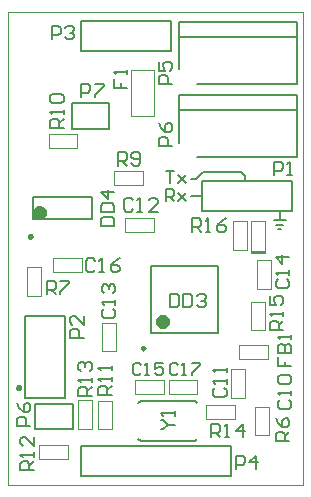
<source format=gto>
%FSTAX43Y43*%
%MOMM*%
%SFA1B1*%

%IPPOS*%
%ADD19C,0.253999*%
%ADD24C,0.100000*%
%ADD37C,0.250000*%
%ADD38C,0.599999*%
%ADD39C,0.178000*%
%ADD40C,0.200000*%
%ADD41C,0.150000*%
%ADD42C,0.152000*%
%LNopengrab_ctrl-1*%
%LPD*%
G54D19*
X010104Y0058199D02*
D01*
X010104Y0058209*
X0101039Y0058219*
X0101037Y0058229*
X0101035Y0058238*
X0101032Y0058248*
X0101028Y0058257*
X0101024Y0058266*
X0101019Y0058274*
X0101014Y0058282*
X0101008Y005829*
X0101001Y0058297*
X0100994Y0058304*
X0100986Y0058311*
X0100978Y0058316*
X010097Y0058322*
X0100961Y0058326*
X0100952Y005833*
X0100943Y0058334*
X0100934Y0058336*
X0100924Y0058338*
X0100914Y005834*
X0100904Y005834*
X0100895*
X0100885Y005834*
X0100875Y0058338*
X0100865Y0058336*
X0100856Y0058334*
X0100847Y005833*
X0100838Y0058326*
X0100829Y0058322*
X0100821Y0058316*
X0100813Y0058311*
X0100805Y0058304*
X0100798Y0058297*
X0100791Y005829*
X0100785Y0058282*
X010078Y0058274*
X0100775Y0058266*
X0100771Y0058257*
X0100767Y0058248*
X0100764Y0058238*
X0100762Y0058229*
X010076Y0058219*
X0100759Y0058209*
X0100758Y0058199*
X0100759Y005819*
X010076Y005818*
X0100762Y005817*
X0100764Y0058161*
X0100767Y0058151*
X0100771Y0058142*
X0100775Y0058133*
X010078Y0058125*
X0100785Y0058117*
X0100791Y0058109*
X0100798Y0058102*
X0100805Y0058095*
X0100813Y0058088*
X0100821Y0058083*
X0100829Y0058077*
X0100838Y0058073*
X0100847Y0058069*
X0100856Y0058065*
X0100865Y0058063*
X0100875Y0058061*
X0100885Y0058059*
X0100895Y0058059*
X0100904*
X0100914Y0058059*
X0100924Y0058061*
X0100934Y0058063*
X0100943Y0058065*
X0100952Y0058069*
X0100961Y0058073*
X010097Y0058077*
X0100978Y0058083*
X0100986Y0058088*
X0100994Y0058095*
X0101001Y0058102*
X0101008Y0058109*
X0101014Y0058117*
X0101019Y0058125*
X0101024Y0058133*
X0101028Y0058142*
X0101032Y0058151*
X0101035Y0058161*
X0101037Y005817*
X0101039Y005818*
X010104Y005819*
X010104Y0058199*
G54D24*
X0120557Y0069608D02*
Y0072308D01*
X0121757Y0069608D02*
Y0072308D01*
X0120557Y0069683D02*
X0121757D01*
X0120557Y0072308D02*
X0121757D01*
X0120557Y0069583D02*
X0121757D01*
X0120557Y0069783D02*
X0121757D01*
X0119033Y0072308D02*
X0120233D01*
X0119033Y0069858D02*
X0120233D01*
Y0072308*
X0119033Y0069858D02*
Y0072308D01*
X0105882Y007852D02*
Y007972D01*
X0103432Y007852D02*
Y007972D01*
Y007852D02*
X0105882D01*
X0103432Y007972D02*
X0105882D01*
X0110424Y0081174D02*
X0112374D01*
X0110424Y0085124D02*
X0112374D01*
Y0081174D02*
Y0085124D01*
X0110424Y0081174D02*
Y0085124D01*
X0109Y0075345D02*
Y0076545D01*
X011145Y0075345D02*
Y0076545D01*
X0109D02*
X011145D01*
X0109Y0075345D02*
X011145D01*
X0121065Y0066582D02*
X0122265D01*
X0121065Y0069032D02*
X0122265D01*
X0121065Y0066582D02*
Y0069032D01*
X0122265Y0066582D02*
Y0069032D01*
X0120565Y0065496D02*
X0121765D01*
X0120565Y0063046D02*
X0121765D01*
Y0065496*
X0120565Y0063046D02*
Y0065496D01*
X0119541Y0060613D02*
Y0061813D01*
X0121991Y0060613D02*
Y0061813D01*
X0119541D02*
X0121991D01*
X0119541Y0060613D02*
X0121991D01*
X0118906Y0057311D02*
X0120106D01*
X0118906Y0059761D02*
X0120106D01*
X0118906Y0057311D02*
Y0059761D01*
X0120106Y0057311D02*
Y0059761D01*
X0110785Y0057692D02*
Y0058892D01*
X0113235Y0057692D02*
Y0058892D01*
X0110785D02*
X0113235D01*
X0110785Y0057692D02*
X0113235D01*
X0116042D02*
Y0058892D01*
X0113592Y0057692D02*
Y0058892D01*
Y0057692D02*
X0116042D01*
X0113592Y0058892D02*
X0116042D01*
X0120938Y0056606D02*
X0122138D01*
X0120938Y0054156D02*
X0122138D01*
Y0056606*
X0120938Y0054156D02*
Y0056606D01*
X0116747Y0055533D02*
Y0056733D01*
X0119197Y0055533D02*
Y0056733D01*
X0116747D02*
X0119197D01*
X0116747Y0055533D02*
X0119197D01*
X0106263Y0067979D02*
Y0069179D01*
X0103813Y0067979D02*
Y0069179D01*
Y0067979D02*
X0106263D01*
X0103813Y0069179D02*
X0106263D01*
X0101634Y0068417D02*
X0102834D01*
X0101634Y0065967D02*
X0102834D01*
Y0068417*
X0101634Y0065967D02*
Y0068417D01*
X0107984Y0063718D02*
X0109184D01*
X0107984Y0061268D02*
X0109184D01*
Y0063718*
X0107984Y0061268D02*
Y0063718D01*
X0107607Y0057114D02*
X0108807D01*
X0107607Y0054664D02*
X0108807D01*
Y0057114*
X0107607Y0054664D02*
Y0057114D01*
X0105899Y0054699D02*
X0107099D01*
X0105899Y005715D02*
X0107099D01*
X0105899Y0054699D02*
Y005715D01*
X0107099Y0054699D02*
Y005715D01*
X01051Y0052124D02*
Y0053324D01*
X010265Y0052124D02*
Y0053324D01*
Y0052124D02*
X01051D01*
X010265Y0053324D02*
X01051D01*
X0112359Y0071408D02*
Y0072608D01*
X0109909Y0071408D02*
Y0072608D01*
Y0071408D02*
X0112359D01*
X0109909Y0072608D02*
X0112359D01*
X0099999Y0089999D02*
X0124999D01*
Y0049999D02*
Y0089999D01*
X0099999Y0049999D02*
X0124999D01*
X0099999D02*
Y0089999D01*
G54D37*
X0111559Y0061558D02*
D01*
X0111559Y0061567*
X0111558Y0061576*
X0111557Y0061584*
X0111555Y0061593*
X0111552Y0061601*
X0111549Y0061609*
X0111545Y0061617*
X0111541Y0061625*
X0111536Y0061632*
X011153Y0061639*
X0111524Y0061645*
X0111518Y0061651*
X0111511Y0061657*
X0111504Y0061662*
X0111497Y0061667*
X0111489Y0061671*
X0111481Y0061674*
X0111473Y0061677*
X0111465Y006168*
X0111456Y0061682*
X0111448Y0061683*
X0111439Y0061683*
X011143*
X0111421Y0061683*
X0111413Y0061682*
X0111404Y006168*
X0111396Y0061677*
X0111388Y0061674*
X011138Y0061671*
X0111372Y0061667*
X0111365Y0061662*
X0111358Y0061657*
X0111351Y0061651*
X0111345Y0061645*
X0111339Y0061639*
X0111333Y0061632*
X0111328Y0061625*
X0111324Y0061617*
X011132Y0061609*
X0111317Y0061601*
X0111314Y0061593*
X0111312Y0061584*
X0111311Y0061576*
X011131Y0061567*
X0111309Y0061558*
X011131Y006155*
X0111311Y0061541*
X0111312Y0061532*
X0111314Y0061524*
X0111317Y0061516*
X011132Y0061508*
X0111324Y00615*
X0111328Y0061492*
X0111333Y0061485*
X0111339Y0061478*
X0111345Y0061472*
X0111351Y0061466*
X0111358Y006146*
X0111365Y0061455*
X0111372Y006145*
X011138Y0061446*
X0111388Y0061443*
X0111396Y006144*
X0111404Y0061437*
X0111413Y0061435*
X0111421Y0061434*
X011143Y0061434*
X0111439*
X0111448Y0061434*
X0111456Y0061435*
X0111465Y0061437*
X0111473Y006144*
X0111481Y0061443*
X0111489Y0061446*
X0111497Y006145*
X0111504Y0061455*
X0111511Y006146*
X0111518Y0061466*
X0111524Y0061472*
X011153Y0061478*
X0111536Y0061485*
X0111541Y0061492*
X0111545Y00615*
X0111549Y0061508*
X0111552Y0061516*
X0111555Y0061524*
X0111557Y0061532*
X0111558Y0061541*
X0111559Y006155*
X0111559Y0061558*
X0102017Y0071005D02*
D01*
X0102017Y0071014*
X0102016Y0071023*
X0102015Y0071031*
X0102013Y007104*
X010201Y0071048*
X0102007Y0071056*
X0102003Y0071064*
X0101998Y0071072*
X0101994Y0071079*
X0101988Y0071086*
X0101982Y0071092*
X0101976Y0071098*
X0101969Y0071104*
X0101962Y0071109*
X0101955Y0071114*
X0101947Y0071118*
X0101939Y0071121*
X0101931Y0071124*
X0101923Y0071127*
X0101914Y0071129*
X0101906Y007113*
X0101897Y007113*
X0101888*
X0101879Y007113*
X0101871Y0071129*
X0101862Y0071127*
X0101854Y0071124*
X0101846Y0071121*
X0101838Y0071118*
X010183Y0071114*
X0101823Y0071109*
X0101816Y0071104*
X0101809Y0071098*
X0101803Y0071092*
X0101797Y0071086*
X0101791Y0071079*
X0101786Y0071072*
X0101782Y0071064*
X0101778Y0071056*
X0101775Y0071048*
X0101772Y007104*
X010177Y0071031*
X0101769Y0071023*
X0101768Y0071014*
X0101767Y0071005*
X0101768Y0070997*
X0101769Y0070988*
X010177Y0070979*
X0101772Y0070971*
X0101775Y0070963*
X0101778Y0070955*
X0101782Y0070947*
X0101786Y0070939*
X0101791Y0070932*
X0101797Y0070925*
X0101803Y0070919*
X0101809Y0070913*
X0101816Y0070907*
X0101823Y0070902*
X010183Y0070897*
X0101838Y0070893*
X0101846Y007089*
X0101854Y0070887*
X0101862Y0070884*
X0101871Y0070882*
X0101879Y0070881*
X0101888Y0070881*
X0101897*
X0101906Y0070881*
X0101914Y0070882*
X0101923Y0070884*
X0101931Y0070887*
X0101939Y007089*
X0101947Y0070893*
X0101955Y0070897*
X0101962Y0070902*
X0101969Y0070907*
X0101976Y0070913*
X0101982Y0070919*
X0101988Y0070925*
X0101994Y0070932*
X0101998Y0070939*
X0102003Y0070947*
X0102007Y0070955*
X010201Y0070963*
X0102013Y0070971*
X0102015Y0070979*
X0102016Y0070988*
X0102017Y0070997*
X0102017Y0071005*
G54D38*
X0113384Y0063808D02*
D01*
X0113384Y0063829*
X0113382Y006385*
X0113378Y0063871*
X0113373Y0063891*
X0113366Y0063911*
X0113359Y0063931*
X0113349Y0063949*
X0113339Y0063967*
X0113327Y0063985*
X0113314Y0064001*
X01133Y0064017*
X0113285Y0064031*
X0113269Y0064045*
X0113252Y0064057*
X0113234Y0064068*
X0113216Y0064078*
X0113197Y0064087*
X0113177Y0064094*
X0113157Y00641*
X0113137Y0064104*
X0113116Y0064107*
X0113095Y0064108*
X0113074*
X0113053Y0064107*
X0113032Y0064104*
X0113012Y00641*
X0112992Y0064094*
X0112972Y0064087*
X0112953Y0064078*
X0112934Y0064068*
X0112917Y0064057*
X01129Y0064045*
X0112884Y0064031*
X0112869Y0064017*
X0112855Y0064001*
X0112842Y0063985*
X011283Y0063967*
X011282Y0063949*
X011281Y0063931*
X0112803Y0063911*
X0112796Y0063891*
X0112791Y0063871*
X0112787Y006385*
X0112785Y0063829*
X0112784Y0063808*
X0112785Y0063788*
X0112787Y0063767*
X0112791Y0063746*
X0112796Y0063726*
X0112803Y0063706*
X011281Y0063686*
X011282Y0063668*
X011283Y006365*
X0112842Y0063632*
X0112855Y0063616*
X0112869Y00636*
X0112884Y0063586*
X01129Y0063572*
X0112917Y006356*
X0112934Y0063549*
X0112953Y0063539*
X0112972Y006353*
X0112992Y0063523*
X0113012Y0063517*
X0113032Y0063513*
X0113053Y006351*
X0113074Y0063509*
X0113095*
X0113116Y006351*
X0113137Y0063513*
X0113157Y0063517*
X0113177Y0063523*
X0113197Y006353*
X0113216Y0063539*
X0113234Y0063549*
X0113252Y006356*
X0113269Y0063572*
X0113285Y0063586*
X01133Y00636*
X0113314Y0063616*
X0113327Y0063632*
X0113339Y006365*
X0113349Y0063668*
X0113359Y0063686*
X0113366Y0063706*
X0113373Y0063726*
X0113378Y0063746*
X0113382Y0063767*
X0113384Y0063788*
X0113384Y0063808*
X0102947Y0073005D02*
D01*
X0102947Y0073026*
X0102945Y0073047*
X0102941Y0073068*
X0102936Y0073088*
X0102929Y0073108*
X0102922Y0073127*
X0102912Y0073146*
X0102902Y0073164*
X010289Y0073182*
X0102877Y0073198*
X0102863Y0073214*
X0102848Y0073228*
X0102832Y0073242*
X0102815Y0073254*
X0102797Y0073265*
X0102779Y0073275*
X010276Y0073284*
X010274Y0073291*
X010272Y0073297*
X01027Y0073301*
X0102679Y0073304*
X0102658Y0073305*
X0102637*
X0102616Y0073304*
X0102595Y0073301*
X0102575Y0073297*
X0102555Y0073291*
X0102535Y0073284*
X0102516Y0073275*
X0102497Y0073265*
X010248Y0073254*
X0102463Y0073242*
X0102447Y0073228*
X0102432Y0073214*
X0102418Y0073198*
X0102405Y0073182*
X0102393Y0073164*
X0102383Y0073146*
X0102373Y0073127*
X0102366Y0073108*
X0102359Y0073088*
X0102354Y0073068*
X010235Y0073047*
X0102348Y0073026*
X0102347Y0073005*
X0102348Y0072985*
X010235Y0072964*
X0102354Y0072943*
X0102359Y0072923*
X0102366Y0072903*
X0102373Y0072883*
X0102383Y0072865*
X0102393Y0072847*
X0102405Y0072829*
X0102418Y0072813*
X0102432Y0072797*
X0102447Y0072783*
X0102463Y0072769*
X010248Y0072757*
X0102497Y0072746*
X0102516Y0072736*
X0102535Y0072727*
X0102555Y007272*
X0102575Y0072714*
X0102595Y007271*
X0102616Y0072707*
X0102637Y0072706*
X0102658*
X0102679Y0072707*
X01027Y007271*
X010272Y0072714*
X010274Y007272*
X010276Y0072727*
X0102779Y0072736*
X0102797Y0072746*
X0102815Y0072757*
X0102832Y0072769*
X0102848Y0072783*
X0102863Y0072797*
X0102877Y0072813*
X010289Y0072829*
X0102902Y0072847*
X0102912Y0072865*
X0102922Y0072883*
X0102929Y0072903*
X0102936Y0072923*
X0102941Y0072943*
X0102945Y0072964*
X0102947Y0072985*
X0102947Y0073005*
G54D39*
X0122899Y0071599D02*
X0123099D01*
X0122699Y0071999D02*
X0123299D01*
X0122499Y0072399D02*
X0123499D01*
X012301D02*
Y0073081D01*
X0115499Y0075899D02*
X0115899D01*
X0116499Y0076499*
X0120099Y007568D02*
Y0076099D01*
X0119699Y0076499D02*
X0120099Y0076099D01*
X0116499Y0076499D02*
X0119699D01*
X0115499Y0074399D02*
X0116399D01*
G54D40*
X0104864Y0057324D02*
Y0064274D01*
X0101464Y0057324D02*
Y0064274D01*
Y0057324D02*
X0104864D01*
X0101464Y0064274D02*
X0104864D01*
X0102323Y0054673D02*
Y0056813D01*
X0105463Y0054673D02*
Y0056813D01*
X0102323D02*
X0105463D01*
X0102323Y0054673D02*
X0105463D01*
X0108569Y0080129D02*
Y0082269D01*
X0105429Y0080129D02*
Y0082269D01*
Y0080129D02*
X0108569D01*
X0105429Y0082269D02*
X0108569D01*
X0116459Y007568D02*
X0124079D01*
X0116459Y007314D02*
Y007568D01*
Y007314D02*
X0124079D01*
Y007568*
X0106149Y0086729D02*
X0113769D01*
Y0089269*
X0106149D02*
X0113769D01*
X0106149Y0086729D02*
Y0089269D01*
X0112084Y0062808D02*
X0117784D01*
X0112084Y0068508D02*
X0117784D01*
X0112084Y0062808D02*
Y0068508D01*
X0117784Y0062808D02*
Y0068508D01*
X0111037Y0053821D02*
X0111237Y0053671D01*
X0115837*
X0111237Y0057071D02*
X0115837D01*
X0111037Y0056921D02*
X0111237Y0057071D01*
X0115837D02*
X0116037Y0056921D01*
X0115837Y0053671D02*
X0116037Y0053821D01*
X0118849Y0050729D02*
Y0053269D01*
X0106149Y0050729D02*
X0118849D01*
X0106149Y0053269D02*
X0118849D01*
X0106149Y0050729D02*
Y0053269D01*
X0102147Y0072505D02*
X0107147D01*
X0102147Y0074305D02*
X0107147D01*
X0102147Y0072505D02*
Y0074305D01*
X0107147Y0072505D02*
Y0074305D01*
G54D41*
X0124499Y0083899D02*
Y0089199D01*
X0114499D02*
X0124499D01*
X0114499Y0087899D02*
X0124499D01*
X0115999Y0083899D02*
X0124499D01*
X0114499Y0085149D02*
Y0089199D01*
Y0078949D02*
Y0082999D01*
X0115999Y0077699D02*
X0124499D01*
X0114499Y0081699D02*
X0124499D01*
X0114499Y0082999D02*
X0124499D01*
Y0077699D02*
Y0082999D01*
G54D42*
X0113399Y0076515D02*
X0114076D01*
X0113738*
Y0075499*
X0114415Y0076176D02*
X0115092Y0075499D01*
X0114753Y0075838*
X0115092Y0076176*
X0114415Y0075499*
X0113399Y0073999D02*
Y0075015D01*
X0113907*
X0114076Y0074845*
Y0074507*
X0113907Y0074338*
X0113399*
X0113738D02*
X0114076Y0073999D01*
X0114415Y0074676D02*
X0115092Y0073999D01*
X0114753Y0074338*
X0115092Y0074676*
X0114415Y0073999*
X0106405Y0062399D02*
X0105262D01*
Y006297*
X0105453Y0063161*
X0105834*
X0106024Y006297*
Y0062399*
X0106405Y0064303D02*
Y0063542D01*
X0105643Y0064303*
X0105453*
X0105262Y0064113*
Y0063732*
X0105453Y0063542*
X0101899Y0054999D02*
X0100756D01*
Y005557*
X0100947Y0055761*
X0101328*
X0101518Y005557*
Y0054999*
X0100756Y0056903D02*
X0100947Y0056523D01*
X0101328Y0056142*
X0101709*
X0101899Y0056332*
Y0056713*
X0101709Y0056903*
X0101518*
X0101328Y0056713*
Y0056142*
X0106199Y0082799D02*
Y0083942D01*
X010677*
X0106961Y0083751*
Y008337*
X010677Y008318*
X0106199*
X0107342Y0083942D02*
X0108103D01*
Y0083751*
X0107342Y0082989*
Y0082799*
X0113899Y0083899D02*
X0112756D01*
Y008447*
X0112947Y0084661*
X0113328*
X0113518Y008447*
Y0083899*
X0112756Y0085803D02*
Y0085042D01*
X0113328*
X0113137Y0085423*
Y0085613*
X0113328Y0085803*
X0113709*
X0113899Y0085613*
Y0085232*
X0113709Y0085042*
X0113899Y0078699D02*
X0112756D01*
Y007927*
X0112947Y0079461*
X0113328*
X0113518Y007927*
Y0078699*
X0112756Y0080603D02*
X0112947Y0080223D01*
X0113328Y0079842*
X0113709*
X0113899Y0080032*
Y0080413*
X0113709Y0080603*
X0113518*
X0113328Y0080413*
Y0079842*
X0112956Y0054699D02*
X0113147D01*
X0113528Y005508*
X0113147Y0055461*
X0112956*
X0113528Y005508D02*
X0114099D01*
Y0055842D02*
Y0056223D01*
Y0056032*
X0112956*
X0113147Y0055842*
X0123299Y0063099D02*
X0122156D01*
Y006367*
X0122347Y0063861*
X0122728*
X0122918Y006367*
Y0063099*
Y006348D02*
X0123299Y0063861D01*
Y0064242D02*
Y0064623D01*
Y0064432*
X0122156*
X0122347Y0064242*
X0122156Y0065956D02*
Y0065194D01*
X0122728*
X0122537Y0065575*
Y0065765*
X0122728Y0065956*
X0123109*
X0123299Y0065765*
Y0065384*
X0123109Y0065194*
X0117199Y0053999D02*
Y0055142D01*
X011777*
X0117961Y0054951*
Y005457*
X011777Y005438*
X0117199*
X011758D02*
X0117961Y0053999D01*
X0118342D02*
X0118723D01*
X0118532*
Y0055142*
X0118342Y0054951*
X0119865Y0053999D02*
Y0055142D01*
X0119294Y005457*
X0120056*
X0107099Y0057499D02*
X0105956D01*
Y005807*
X0106147Y0058261*
X0106528*
X0106718Y005807*
Y0057499*
Y005788D02*
X0107099Y0058261D01*
Y0058642D02*
Y0059023D01*
Y0058832*
X0105956*
X0106147Y0058642*
Y0059594D02*
X0105956Y0059784D01*
Y0060165*
X0106147Y0060356*
X0106337*
X0106528Y0060165*
Y0059975*
Y0060165*
X0106718Y0060356*
X0106909*
X0107099Y0060165*
Y0059784*
X0106909Y0059594*
X0102199Y0051199D02*
X0101056D01*
Y005177*
X0101247Y0051961*
X0101628*
X0101818Y005177*
Y0051199*
Y005158D02*
X0102199Y0051961D01*
Y0052342D02*
Y0052723D01*
Y0052532*
X0101056*
X0101247Y0052342*
X0102199Y0054056D02*
Y0053294D01*
X0101437Y0054056*
X0101247*
X0101056Y0053865*
Y0053484*
X0101247Y0053294*
X0108799Y0057599D02*
X0107656D01*
Y005817*
X0107847Y0058361*
X0108228*
X0108418Y005817*
Y0057599*
Y005798D02*
X0108799Y0058361D01*
Y0058742D02*
Y0059123D01*
Y0058932*
X0107656*
X0107847Y0058742*
X0108799Y0059694D02*
Y0060075D01*
Y0059884*
X0107656*
X0107847Y0059694*
X0104699Y0080199D02*
X0103556D01*
Y008077*
X0103747Y0080961*
X0104128*
X0104318Y008077*
Y0080199*
Y008058D02*
X0104699Y0080961D01*
Y0081342D02*
Y0081723D01*
Y0081532*
X0103556*
X0103747Y0081342*
Y0082294D02*
X0103556Y0082484D01*
Y0082865*
X0103747Y0083056*
X0104509*
X0104699Y0082865*
Y0082484*
X0104509Y0082294*
X0103747*
X0109299Y0076999D02*
Y0078142D01*
X010987*
X0110061Y0077951*
Y007757*
X010987Y007738*
X0109299*
X010968D02*
X0110061Y0076999D01*
X0110442Y0077189D02*
X0110632Y0076999D01*
X0111013*
X0111203Y0077189*
Y0077951*
X0111013Y0078142*
X0110632*
X0110442Y0077951*
Y0077761*
X0110632Y007757*
X0111203*
X0103299Y0066099D02*
Y0067242D01*
X010387*
X0104061Y0067051*
Y006667*
X010387Y006648*
X0103299*
X010368D02*
X0104061Y0066099D01*
X0104442Y0067242D02*
X0105203D01*
Y0067051*
X0104442Y0066289*
Y0066099*
X0123799Y0053699D02*
X0122656D01*
Y005427*
X0122847Y0054461*
X0123228*
X0123418Y005427*
Y0053699*
Y005408D02*
X0123799Y0054461D01*
X0122656Y0055603D02*
X0122847Y0055223D01*
X0123228Y0054842*
X0123609*
X0123799Y0055032*
Y0055413*
X0123609Y0055603*
X0123418*
X0123228Y0055413*
Y0054842*
X0119299Y0051299D02*
Y0052442D01*
X011987*
X0120061Y0052251*
Y005187*
X011987Y005168*
X0119299*
X0121013Y0051299D02*
Y0052442D01*
X0120442Y005187*
X0121203*
X0103699Y0087699D02*
Y0088842D01*
X010427*
X0104461Y0088651*
Y008827*
X010427Y008808*
X0103699*
X0104842Y0088651D02*
X0105032Y0088842D01*
X0105413*
X0105603Y0088651*
Y0088461*
X0105413Y008827*
X0105223*
X0105413*
X0105603Y008808*
Y0087889*
X0105413Y0087699*
X0105032*
X0104842Y0087889*
X0122499Y00762D02*
Y0077343D01*
X012307*
X0123261Y0077151*
Y007677*
X012307Y0076581*
X0122499*
X0123642Y00762D02*
X0124023D01*
X0123832*
Y0077343*
X0123642Y0077151*
X0122856Y0060761D02*
Y0059999D01*
X0123428*
Y006038*
Y0059999*
X0123999*
X0122856Y0061142D02*
X0123999D01*
Y0061713*
X0123809Y0061903*
X0123618*
X0123428Y0061713*
Y0061142*
Y0061713*
X0123237Y0061903*
X0123047*
X0122856Y0061713*
Y0061142*
X0123999Y0062284D02*
Y0062665D01*
Y0062475*
X0122856*
X0123047Y0062284*
X0108956Y0084361D02*
Y0083599D01*
X0109528*
Y008398*
Y0083599*
X0110099*
Y0084742D02*
Y0085123D01*
Y0084932*
X0108956*
X0109147Y0084742*
X0107856Y0071899D02*
X0108999D01*
Y007247*
X0108809Y0072661*
X0108047*
X0107856Y007247*
Y0071899*
Y0073042D02*
X0108999D01*
Y0073613*
X0108809Y0073803*
X0108047*
X0107856Y0073613*
Y0073042*
X0108999Y0074756D02*
X0107856D01*
X0108428Y0074184*
Y0074946*
X0113699Y0066142D02*
Y0064999D01*
X011427*
X0114461Y0065189*
Y0065951*
X011427Y0066142*
X0113699*
X0114842D02*
Y0064999D01*
X0115413*
X0115603Y0065189*
Y0065951*
X0115413Y0066142*
X0114842*
X0115984Y0065951D02*
X0116175Y0066142D01*
X0116556*
X0116746Y0065951*
Y0065761*
X0116556Y006557*
X0116365*
X0116556*
X0116746Y006538*
Y0065189*
X0116556Y0064999*
X0116175*
X0115984Y0065189*
X0114376Y0060145D02*
X0114207Y0060315D01*
X0113868*
X0113699Y0060145*
Y0059468*
X0113868Y0059299*
X0114207*
X0114376Y0059468*
X0114715Y0059299D02*
X0115053D01*
X0114884*
Y0060315*
X0114715Y0060145*
X0115561Y0060315D02*
X0116238D01*
Y0060145*
X0115561Y0059468*
Y0059299*
X0107361Y0068951D02*
X010717Y0069142D01*
X0106789*
X0106599Y0068951*
Y0068189*
X0106789Y0067999*
X010717*
X0107361Y0068189*
X0107742Y0067999D02*
X0108123D01*
X0107932*
Y0069142*
X0107742Y0068951*
X0109456Y0069142D02*
X0109075Y0068951D01*
X0108694Y006857*
Y0068189*
X0108884Y0067999*
X0109265*
X0109456Y0068189*
Y006838*
X0109265Y006857*
X0108694*
X0111276Y0060145D02*
X0111107Y0060315D01*
X0110768*
X0110599Y0060145*
Y0059468*
X0110768Y0059299*
X0111107*
X0111276Y0059468*
X0111615Y0059299D02*
X0111953D01*
X0111784*
Y0060315*
X0111615Y0060145*
X0113138Y0060315D02*
X0112461D01*
Y0059807*
X01128Y0059976*
X0112969*
X0113138Y0059807*
Y0059468*
X0112969Y0059299*
X011263*
X0112461Y0059468*
X0122847Y0067361D02*
X0122656Y006717D01*
Y0066789*
X0122847Y0066599*
X0123609*
X0123799Y0066789*
Y006717*
X0123609Y0067361*
X0123799Y0067742D02*
Y0068123D01*
Y0067932*
X0122656*
X0122847Y0067742*
X0123799Y0069265D02*
X0122656D01*
X0123228Y0068694*
Y0069456*
X0108147Y0064861D02*
X0107956Y006467D01*
Y0064289*
X0108147Y0064099*
X0108909*
X0109099Y0064289*
Y006467*
X0108909Y0064861*
X0109099Y0065242D02*
Y0065623D01*
Y0065432*
X0107956*
X0108147Y0065242*
Y0066194D02*
X0107956Y0066384D01*
Y0066765*
X0108147Y0066956*
X0108337*
X0108528Y0066765*
Y0066575*
Y0066765*
X0108718Y0066956*
X0108909*
X0109099Y0066765*
Y0066384*
X0108909Y0066194*
X0110561Y0074051D02*
X011037Y0074242D01*
X0109989*
X0109799Y0074051*
Y0073289*
X0109989Y0073099*
X011037*
X0110561Y0073289*
X0110942Y0073099D02*
X0111323D01*
X0111132*
Y0074242*
X0110942Y0074051*
X0112656Y0073099D02*
X0111894D01*
X0112656Y0073861*
Y0074051*
X0112465Y0074242*
X0112084*
X0111894Y0074051*
X0117547Y0058161D02*
X0117356Y005797D01*
Y0057589*
X0117547Y0057399*
X0118309*
X0118499Y0057589*
Y005797*
X0118309Y0058161*
X0118499Y0058542D02*
Y0058923D01*
Y0058732*
X0117356*
X0117547Y0058542*
X0118499Y0059494D02*
Y0059875D01*
Y0059684*
X0117356*
X0117547Y0059494*
X0123047Y0057161D02*
X0122856Y005697D01*
Y0056589*
X0123047Y0056399*
X0123809*
X0123999Y0056589*
Y005697*
X0123809Y0057161*
X0123999Y0057542D02*
Y0057923D01*
Y0057732*
X0122856*
X0123047Y0057542*
Y0058494D02*
X0122856Y0058684D01*
Y0059065*
X0123047Y0059256*
X0123809*
X0123999Y0059065*
Y0058684*
X0123809Y0058494*
X0123047*
X0115599Y0071399D02*
Y0072542D01*
X011617*
X0116361Y0072351*
Y007197*
X011617Y007178*
X0115599*
X011598D02*
X0116361Y0071399D01*
X0116742D02*
X0117123D01*
X0116932*
Y0072542*
X0116742Y0072351*
X0118456Y0072542D02*
X0118075Y0072351D01*
X0117694Y007197*
Y0071589*
X0117884Y0071399*
X0118265*
X0118456Y0071589*
Y007178*
X0118265Y007197*
X0117694*
M02*
</source>
